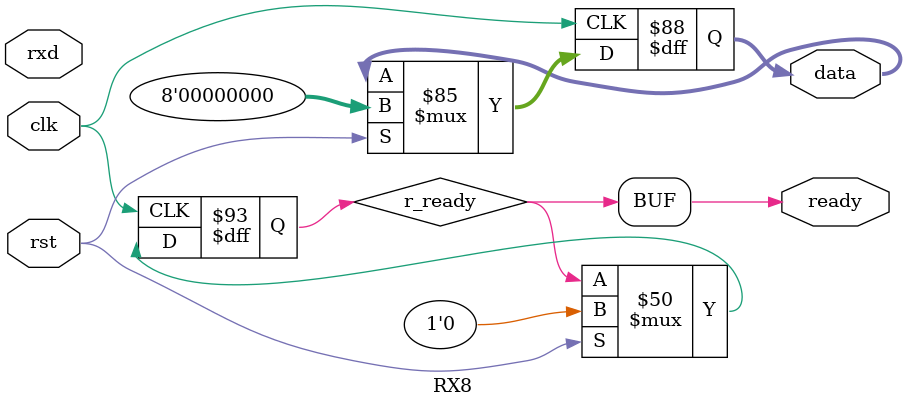
<source format=v>
`define DIV 208 // 24MHz / 208 = 115200bps

module TX8(clk, rst, data, txd, start, busy);
    input clk, rst, start;
    input [7:0] data;
    output      txd, busy;
    reg [4:0]   cnt;
    reg [3:0]   n_bit;
    reg 	       r_busy;
    reg [9:0]   tdata;
    assign txd = tdata[0], busy = r_busy;
   
    always @(posedge clk) begin
        if (rst == 1'b1) begin
            cnt <= 0; n_bit <= 0;
            r_busy <= 0;
            tdata <= 10'b1111111111;
        end
        else begin
            if (r_busy == 0 && start == 1) begin
                r_busy <= 1;
                tdata <= {1'b1, data, 1'b0};
            end
            if (r_busy == 1) begin
                cnt <= cnt + 1;
                if (cnt == `DIV - 1) begin
                    cnt <= 0;
                    n_bit <= n_bit + 1;
                    tdata[9:0] <= {1'b0, tdata[9:1]};
                    if (n_bit == 9) begin
                        r_busy <= 0;
                        n_bit <= 0;
                        cnt <= 0;
                        tdata <= 10'b1111111111;
                    end
                end
            end
        end
    end
endmodule

module RX8(clk, rst, rxd, data, ready);
    input clk, rst, rxd;
    output [7:0] data;
    output 	ready;
    reg [4:0]   cnt;
    reg [3:0]   n_bit;
    reg [9:0]   rdata;
    reg [2:0]   rxdb0; // @bit=5, 12, 19
    reg 	       rxdb;
    reg 	       r_ready;
    reg [7:0]   data;
   
    assign ready = r_ready;

    always @(rxdb0) begin
        case (rxdb0)
            3'b000 : rxdb <= 0;
            3'b001 : rxdb <= 0;
            3'b010 : rxdb <= 0;
            3'b011 : rxdb <= 1;
            3'b100 : rxdb <= 0;
            3'b101 : rxdb <= 1;
            3'b110 : rxdb <= 1;
            3'b111 : rxdb <= 1;
        endcase
    end
   
    always @(posedge clk) begin
        if (rst == 1'b1) begin
            cnt <= 0; n_bit <= 0;
            r_ready <= 0;
            rdata <= 0; rxdb0 <= 0;
            data <= 0;
        end
        else begin
            if (n_bit == 0 && rxd == 0) begin
                n_bit <= 1;
            end
            if (n_bit != 0) begin
                cnt <= cnt + 1;
                if (cnt == (`DIV/4)-1) rxdb0[0] <= rxd;
                if (cnt == (`DIV/2)-1) rxdb0[1] <= rxd;
                if (cnt == (`DIV*3/4)-1) rxdb0[2] <= rxd;
                if (cnt == `DIV - 1) begin
                    cnt <= 0;
                    n_bit <= n_bit + 1;
                    rdata[9:0] <= {rxdb, rdata[9:1]};
                    if (n_bit == 9) begin
                        r_ready <= 0;
                    end
                    if (n_bit == 10) begin
                        data <= rdata[9:2];
                        r_ready <= 1;
                        n_bit <= 0;
                        cnt <= 0;
                    end
                end
            end
        end
    end
endmodule

</source>
